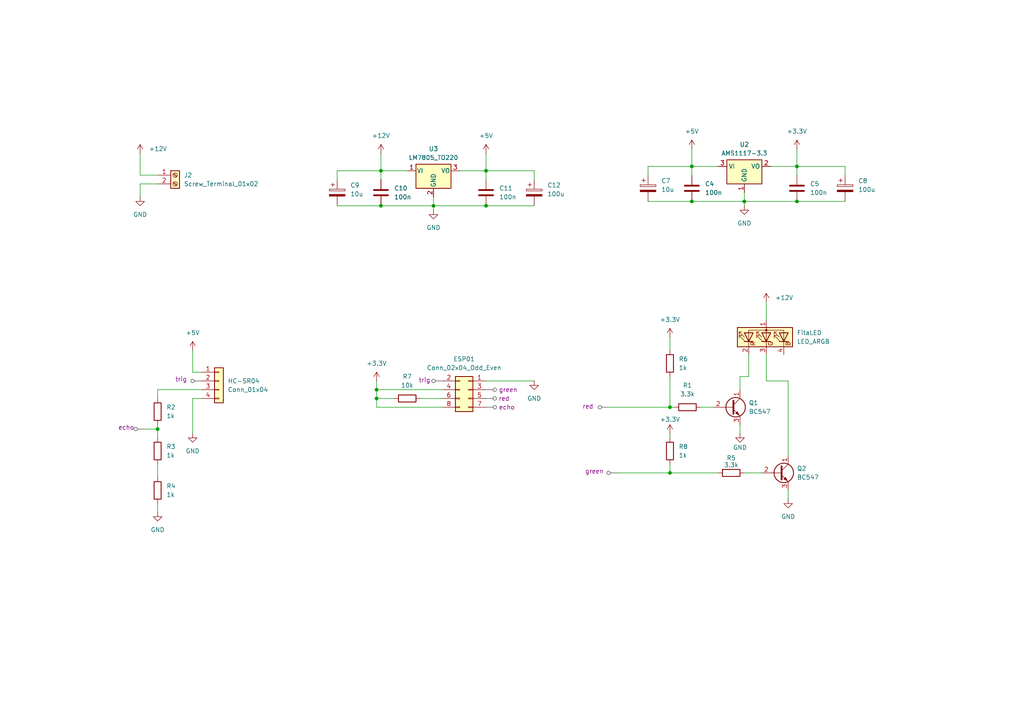
<source format=kicad_sch>
(kicad_sch (version 20250114) (generator "eeschema") (generator_version "9.0")
  (paper "A4")
  (lib_symbols
    (symbol "Connector:Screw_Terminal_01x02" (pin_names (offset 1.016) (hide yes))
      (property "Reference" "J" (at 0 2.54 0))
      (property "Value" "Screw_Terminal_01x02" (at 0 -5.08 0))
      (symbol "Screw_Terminal_01x02_1_1"
        (rectangle (start -1.27 1.27) (end 1.27 -3.81) (stroke (width 0.254)) (fill (type background)))
        (polyline (pts (xy -0.5334 0.3302) (xy 0.3302 -0.508)) (stroke (width 0.1524)))
        (polyline (pts (xy -0.5334 -2.2098) (xy 0.3302 -3.048)) (stroke (width 0.1524)))
        (polyline (pts (xy -0.3556 0.508) (xy 0.508 -0.3302)) (stroke (width 0.1524)))
        (polyline (pts (xy -0.3556 -2.032) (xy 0.508 -2.8702)) (stroke (width 0.1524)))
        (circle (center 0 0) (radius 0.635) (stroke (width 0.1524)))
        (circle (center 0 -2.54) (radius 0.635) (stroke (width 0.1524)))
        (pin passive line (at -5.08 0 0) (length 3.81) (name "Pin_1") (number "1"))
        (pin passive line (at -5.08 -2.54 0) (length 3.81) (name "Pin_2") (number "2"))
      )
    )
    (symbol "Connector_Generic:Conn_01x04" (pin_names (offset 1.016) (hide yes))
      (property "Reference" "J" (at 0 5.08 0))
      (property "Value" "Conn_01x04" (at 0 -7.62 0))
      (symbol "Conn_01x04_1_1"
        (rectangle (start -1.27 3.81) (end 1.27 -6.35) (stroke (width 0.254)) (fill (type background)))
        (rectangle (start -1.27 2.667) (end 0 2.413) (stroke (width 0.1524)))
        (rectangle (start -1.27 0.127) (end 0 -0.127) (stroke (width 0.1524)))
        (rectangle (start -1.27 -2.413) (end 0 -2.667) (stroke (width 0.1524)))
        (rectangle (start -1.27 -4.953) (end 0 -5.207) (stroke (width 0.1524)))
        (pin passive line (at -5.08 2.54 0) (length 3.81) (name "Pin_1") (number "1"))
        (pin passive line (at -5.08 0 0) (length 3.81) (name "Pin_2") (number "2"))
        (pin passive line (at -5.08 -2.54 0) (length 3.81) (name "Pin_3") (number "3"))
        (pin passive line (at -5.08 -5.08 0) (length 3.81) (name "Pin_4") (number "4"))
      )
    )
    (symbol "Connector_Generic:Conn_02x04_Odd_Even" (pin_names (offset 1.016) (hide yes))
      (property "Reference" "J" (at 1.27 5.08 0))
      (property "Value" "Conn_02x04_Odd_Even" (at 1.27 -7.62 0))
      (symbol "Conn_02x04_Odd_Even_1_1"
        (rectangle (start -1.27 3.81) (end 3.81 -6.35) (stroke (width 0.254)) (fill (type background)))
        (rectangle (start -1.27 2.667) (end 0 2.413) (stroke (width 0.1524)))
        (rectangle (start -1.27 0.127) (end 0 -0.127) (stroke (width 0.1524)))
        (rectangle (start -1.27 -2.413) (end 0 -2.667) (stroke (width 0.1524)))
        (rectangle (start -1.27 -4.953) (end 0 -5.207) (stroke (width 0.1524)))
        (rectangle (start 3.81 2.667) (end 2.54 2.413) (stroke (width 0.1524)))
        (rectangle (start 3.81 0.127) (end 2.54 -0.127) (stroke (width 0.1524)))
        (rectangle (start 3.81 -2.413) (end 2.54 -2.667) (stroke (width 0.1524)))
        (rectangle (start 3.81 -4.953) (end 2.54 -5.207) (stroke (width 0.1524)))
        (pin passive line (at -5.08 2.54 0) (length 3.81) (name "Pin_1") (number "1"))
        (pin passive line (at -5.08 0 0) (length 3.81) (name "Pin_3") (number "3"))
        (pin passive line (at -5.08 -2.54 0) (length 3.81) (name "Pin_5") (number "5"))
        (pin passive line (at -5.08 -5.08 0) (length 3.81) (name "Pin_7") (number "7"))
        (pin passive line (at 7.62 2.54 180) (length 3.81) (name "Pin_2") (number "2"))
        (pin passive line (at 7.62 0 180) (length 3.81) (name "Pin_4") (number "4"))
        (pin passive line (at 7.62 -2.54 180) (length 3.81) (name "Pin_6") (number "6"))
        (pin passive line (at 7.62 -5.08 180) (length 3.81) (name "Pin_8") (number "8"))
      )
    )
    (symbol "Device:C" (pin_numbers (hide yes)) (pin_names (offset 0.254))
      (property "Reference" "C" (at 0.635 2.54 0))
      (property "Value" "C" (at 0.635 -2.54 0))
      (symbol "C_0_1"
        (polyline (pts (xy -2.032 0.762) (xy 2.032 0.762)) (stroke (width 0.508)))
        (polyline (pts (xy -2.032 -0.762) (xy 2.032 -0.762)) (stroke (width 0.508)))
      )
      (symbol "C_1_1"
        (pin passive line (at 0 3.81 270) (length 2.794) (name "~") (number "1"))
        (pin passive line (at 0 -3.81 90) (length 2.794) (name "~") (number "2"))
      )
    )
    (symbol "Device:C_Polarized" (pin_numbers (hide yes)) (pin_names (offset 0.254))
      (property "Reference" "C" (at 0.635 2.54 0))
      (property "Value" "C_Polarized" (at 0.635 -2.54 0))
      (symbol "C_Polarized_0_1"
        (rectangle (start -2.286 0.508) (end 2.286 1.016))
        (polyline (pts (xy -1.778 2.286) (xy -0.762 2.286)))
        (polyline (pts (xy -1.27 2.794) (xy -1.27 1.778)))
        (rectangle (start 2.286 -0.508) (end -2.286 -1.016) (fill (type outline)))
      )
      (symbol "C_Polarized_1_1"
        (pin passive line (at 0 3.81 270) (length 2.794) (name "~") (number "1"))
        (pin passive line (at 0 -3.81 90) (length 2.794) (name "~") (number "2"))
      )
    )
    (symbol "Device:LED_ARGB" (pin_names (offset 0) (hide yes))
      (property "Reference" "D" (at 0 9.398 0))
      (property "Value" "LED_ARGB" (at 0 -8.89 0))
      (symbol "LED_ARGB_0_0"
        (text "R" (at -1.905 3.81 0) (effects (font (size 1.27 1.27))))
        (text "G" (at -1.905 -1.27 0) (effects (font (size 1.27 1.27))))
        (text "B" (at -1.905 -6.35 0) (effects (font (size 1.27 1.27))))
      )
      (symbol "LED_ARGB_0_1"
        (polyline (pts (xy -1.27 6.35) (xy -1.27 3.81)) (stroke (width 0.254)))
        (polyline (pts (xy -1.27 6.35) (xy -1.27 3.81) (xy -1.27 3.81)))
        (polyline (pts (xy -1.27 5.08) (xy -2.54 5.08)))
        (polyline (pts (xy -1.27 5.08) (xy 1.27 5.08)))
        (polyline (pts (xy -1.27 1.27) (xy -1.27 -1.27)) (stroke (width 0.254)))
        (polyline (pts (xy -1.27 1.27) (xy -1.27 -1.27) (xy -1.27 -1.27)))
        (polyline (pts (xy -1.27 0) (xy -2.54 0)))
        (polyline (pts (xy -1.27 -3.81) (xy -1.27 -6.35)) (stroke (width 0.254)))
        (polyline (pts (xy -1.27 -5.08) (xy -2.54 -5.08)))
        (polyline (pts (xy -1.27 -5.08) (xy 1.27 -5.08)))
        (polyline (pts (xy -1.016 6.35) (xy 0.508 7.874) (xy -0.254 7.874) (xy 0.508 7.874) (xy 0.508 7.112)))
        (polyline (pts (xy -1.016 1.27) (xy 0.508 2.794) (xy -0.254 2.794) (xy 0.508 2.794) (xy 0.508 2.032)))
        (polyline (pts (xy -1.016 -3.81) (xy 0.508 -2.286) (xy -0.254 -2.286) (xy 0.508 -2.286) (xy 0.508 -3.048)))
        (polyline (pts (xy 0 6.35) (xy 1.524 7.874) (xy 0.762 7.874) (xy 1.524 7.874) (xy 1.524 7.112)))
        (polyline (pts (xy 0 1.27) (xy 1.524 2.794) (xy 0.762 2.794) (xy 1.524 2.794) (xy 1.524 2.032)))
        (polyline (pts (xy 0 -3.81) (xy 1.524 -2.286) (xy 0.762 -2.286) (xy 1.524 -2.286) (xy 1.524 -3.048)))
        (polyline (pts (xy 1.27 6.35) (xy 1.27 3.81) (xy -1.27 5.08) (xy 1.27 6.35)) (stroke (width 0.254)))
        (rectangle (start 1.27 6.35) (end 1.27 6.35))
        (rectangle (start 1.27 3.81) (end 1.27 6.35))
        (polyline (pts (xy 1.27 1.27) (xy 1.27 -1.27) (xy -1.27 0) (xy 1.27 1.27)) (stroke (width 0.254)))
        (rectangle (start 1.27 1.27) (end 1.27 1.27))
        (polyline (pts (xy 1.27 0) (xy -1.27 0)))
        (polyline (pts (xy 1.27 0) (xy 2.54 0)))
        (rectangle (start 1.27 -1.27) (end 1.27 1.27))
        (polyline (pts (xy 1.27 -3.81) (xy 1.27 -6.35) (xy -1.27 -5.08) (xy 1.27 -3.81)) (stroke (width 0.254)))
        (polyline (pts (xy 1.27 -5.08) (xy 2.032 -5.08) (xy 2.032 5.08) (xy 1.27 5.08)))
        (circle (center 2.032 0) (radius 0.254) (fill (type outline)))
        (rectangle (start 2.794 8.382) (end -2.794 -7.62) (stroke (width 0.254)) (fill (type background)))
      )
      (symbol "LED_ARGB_1_1"
        (pin passive line (at -5.08 5.08 0) (length 2.54) (name "RK") (number "2"))
        (pin passive line (at -5.08 0 0) (length 2.54) (name "GK") (number "3"))
        (pin passive line (at -5.08 -5.08 0) (length 2.54) (name "BK") (number "4"))
        (pin passive line (at 5.08 0 180) (length 2.54) (name "A") (number "1"))
      )
    )
    (symbol "Device:R" (pin_numbers (hide yes)) (pin_names (offset 0))
      (property "Reference" "R" (at 2.032 0 90))
      (property "Value" "R" (at 0 0 90))
      (symbol "R_0_1"
        (rectangle (start -1.016 -2.54) (end 1.016 2.54) (stroke (width 0.254)))
      )
      (symbol "R_1_1"
        (pin passive line (at 0 3.81 270) (length 1.27) (name "~") (number "1"))
        (pin passive line (at 0 -3.81 90) (length 1.27) (name "~") (number "2"))
      )
    )
    (symbol "Regulator_Linear:AMS1117-3.3"
      (property "Reference" "U" (at -3.81 3.175 0))
      (property "Value" "AMS1117-3.3" (at 0 3.175 0))
      (symbol "AMS1117-3.3_0_1"
        (rectangle (start -5.08 -5.08) (end 5.08 1.905) (stroke (width 0.254)) (fill (type background)))
      )
      (symbol "AMS1117-3.3_1_1"
        (pin power_in line (at -7.62 0 0) (length 2.54) (name "VI") (number "3"))
        (pin power_in line (at 0 -7.62 90) (length 2.54) (name "GND") (number "1"))
        (pin power_out line (at 7.62 0 180) (length 2.54) (name "VO") (number "2"))
      )
    )
    (symbol "Regulator_Linear:LM7805_TO220" (pin_names (offset 0.254))
      (property "Reference" "U" (at -3.81 3.175 0))
      (property "Value" "LM7805_TO220" (at 0 3.175 0))
      (symbol "LM7805_TO220_0_1"
        (rectangle (start -5.08 1.905) (end 5.08 -5.08) (stroke (width 0.254)) (fill (type background)))
      )
      (symbol "LM7805_TO220_1_1"
        (pin power_in line (at -7.62 0 0) (length 2.54) (name "VI") (number "1"))
        (pin power_in line (at 0 -7.62 90) (length 2.54) (name "GND") (number "2"))
        (pin power_out line (at 7.62 0 180) (length 2.54) (name "VO") (number "3"))
      )
    )
    (symbol "Transistor_BJT:BC547" (pin_names (offset 0) (hide yes))
      (property "Reference" "Q" (at 5.08 1.905 0))
      (property "Value" "BC547" (at 5.08 0 0))
      (symbol "BC547_0_1"
        (polyline (pts (xy -2.54 0) (xy 0.635 0)))
        (polyline (pts (xy 0.635 1.905) (xy 0.635 -1.905)) (stroke (width 0.508)))
        (circle (center 1.27 0) (radius 2.8194) (stroke (width 0.254)))
      )
      (symbol "BC547_1_1"
        (polyline (pts (xy 0.635 0.635) (xy 2.54 2.54)))
        (polyline (pts (xy 0.635 -0.635) (xy 2.54 -2.54)))
        (polyline (pts (xy 1.27 -1.778) (xy 1.778 -1.27) (xy 2.286 -2.286) (xy 1.27 -1.778)) (fill (type outline)))
        (pin input line (at -5.08 0 0) (length 2.54) (name "B") (number "2"))
        (pin passive line (at 2.54 5.08 270) (length 2.54) (name "C") (number "1"))
        (pin passive line (at 2.54 -5.08 90) (length 2.54) (name "E") (number "3"))
      )
    )
    (symbol "power:+5V" (power) (pin_numbers (hide yes)) (pin_names (offset 0) (hide yes))
      (property "Value" "+5V" (at 0 3.556 0))
      (symbol "+5V_0_1"
        (polyline (pts (xy -0.762 1.27) (xy 0 2.54)))
        (polyline (pts (xy 0 2.54) (xy 0.762 1.27)))
        (polyline (pts (xy 0 0) (xy 0 2.54)))
      )
      (symbol "+5V_1_1"
        (pin power_in line (at 0 0 90) (length 0) (name "~") (number "1"))
      )
    )
    (symbol "power:GND" (power) (pin_numbers (hide yes)) (pin_names (offset 0) (hide yes))
      (property "Value" "GND" (at 0 -3.81 0))
      (symbol "GND_0_1"
        (polyline (pts (xy 0 0) (xy 0 -1.27) (xy 1.27 -1.27) (xy 0 -2.54) (xy -1.27 -1.27) (xy 0 -1.27)))
      )
      (symbol "GND_1_1"
        (pin power_in line (at 0 0 270) (length 0) (name "~") (number "1"))
      )
    )
  )
  (junction (at 109.22 113.03))
  (junction (at 200.66 58.42))
  (junction (at 140.97 49.53))
  (junction (at 215.9 58.42))
  (junction (at 125.73 59.69))
  (junction (at 231.14 58.42))
  (junction (at 110.49 49.53))
  (junction (at 231.14 48.26))
  (junction (at 110.49 59.69))
  (junction (at 45.72 124.46))
  (junction (at 109.22 115.57))
  (junction (at 194.31 137.16))
  (junction (at 194.31 118.11))
  (junction (at 200.66 48.26))
  (junction (at 140.97 59.69))
  (wire (pts (xy 109.22 115.57) (xy 114.3 115.57)))
  (wire (pts (xy 200.66 48.26) (xy 208.28 48.26)))
  (wire (pts (xy 215.9 55.88) (xy 215.9 58.42)))
  (wire (pts (xy 45.72 50.8) (xy 40.64 50.8)))
  (wire (pts (xy 231.14 58.42) (xy 245.11 58.42)))
  (wire (pts (xy 228.6 142.24) (xy 228.6 144.78)))
  (wire (pts (xy 55.88 115.57) (xy 58.42 115.57)))
  (wire (pts (xy 231.14 43.18) (xy 231.14 48.26)))
  (wire (pts (xy 195.58 118.11) (xy 194.31 118.11)))
  (wire (pts (xy 45.72 146.05) (xy 45.72 148.59)))
  (wire (pts (xy 140.97 49.53) (xy 140.97 52.07)))
  (wire (pts (xy 194.31 97.79) (xy 194.31 101.6)))
  (wire (pts (xy 140.97 59.69) (xy 154.94 59.69)))
  (wire (pts (xy 194.31 134.62) (xy 194.31 137.16)))
  (wire (pts (xy 214.63 113.03) (xy 214.63 109.22)))
  (wire (pts (xy 228.6 132.08) (xy 228.6 110.49)))
  (wire (pts (xy 45.72 124.46) (xy 45.72 127)))
  (wire (pts (xy 194.31 137.16) (xy 208.28 137.16)))
  (wire (pts (xy 125.73 57.15) (xy 125.73 59.69)))
  (wire (pts (xy 194.31 125.73) (xy 194.31 127)))
  (wire (pts (xy 55.88 101.6) (xy 55.88 107.95)))
  (wire (pts (xy 41.91 124.46) (xy 45.72 124.46)))
  (wire (pts (xy 154.94 52.07) (xy 154.94 49.53)))
  (wire (pts (xy 187.96 50.8) (xy 187.96 48.26)))
  (wire (pts (xy 203.2 118.11) (xy 207.01 118.11)))
  (wire (pts (xy 200.66 58.42) (xy 215.9 58.42)))
  (wire (pts (xy 140.97 110.49) (xy 154.94 110.49)))
  (wire (pts (xy 217.17 109.22) (xy 217.17 102.87)))
  (wire (pts (xy 97.79 59.69) (xy 110.49 59.69)))
  (wire (pts (xy 97.79 52.07) (xy 97.79 49.53)))
  (wire (pts (xy 214.63 109.22) (xy 217.17 109.22)))
  (wire (pts (xy 109.22 110.49) (xy 109.22 113.03)))
  (wire (pts (xy 45.72 123.19) (xy 45.72 124.46)))
  (wire (pts (xy 109.22 118.11) (xy 128.27 118.11)))
  (wire (pts (xy 187.96 48.26) (xy 200.66 48.26)))
  (wire (pts (xy 109.22 113.03) (xy 128.27 113.03)))
  (wire (pts (xy 125.73 59.69) (xy 140.97 59.69)))
  (wire (pts (xy 40.64 50.8) (xy 40.64 44.45)))
  (wire (pts (xy 245.11 48.26) (xy 231.14 48.26)))
  (wire (pts (xy 215.9 137.16) (xy 220.98 137.16)))
  (wire (pts (xy 110.49 49.53) (xy 110.49 52.07)))
  (wire (pts (xy 200.66 48.26) (xy 200.66 50.8)))
  (wire (pts (xy 176.53 118.11) (xy 194.31 118.11)))
  (wire (pts (xy 45.72 113.03) (xy 45.72 115.57)))
  (wire (pts (xy 187.96 58.42) (xy 200.66 58.42)))
  (wire (pts (xy 222.25 110.49) (xy 222.25 102.87)))
  (wire (pts (xy 231.14 48.26) (xy 231.14 50.8)))
  (wire (pts (xy 215.9 58.42) (xy 215.9 59.69)))
  (wire (pts (xy 215.9 58.42) (xy 231.14 58.42)))
  (wire (pts (xy 109.22 113.03) (xy 109.22 115.57)))
  (wire (pts (xy 222.25 87.63) (xy 222.25 92.71)))
  (wire (pts (xy 97.79 49.53) (xy 110.49 49.53)))
  (wire (pts (xy 214.63 123.19) (xy 214.63 125.73)))
  (wire (pts (xy 110.49 59.69) (xy 125.73 59.69)))
  (wire (pts (xy 140.97 44.45) (xy 140.97 49.53)))
  (wire (pts (xy 245.11 50.8) (xy 245.11 48.26)))
  (wire (pts (xy 40.64 53.34) (xy 40.64 57.15)))
  (wire (pts (xy 55.88 115.57) (xy 55.88 125.73)))
  (wire (pts (xy 228.6 110.49) (xy 222.25 110.49)))
  (wire (pts (xy 154.94 49.53) (xy 140.97 49.53)))
  (wire (pts (xy 200.66 43.18) (xy 200.66 48.26)))
  (wire (pts (xy 55.88 107.95) (xy 58.42 107.95)))
  (wire (pts (xy 121.92 115.57) (xy 128.27 115.57)))
  (wire (pts (xy 179.07 137.16) (xy 194.31 137.16)))
  (wire (pts (xy 45.72 134.62) (xy 45.72 138.43)))
  (wire (pts (xy 133.35 49.53) (xy 140.97 49.53)))
  (wire (pts (xy 110.49 49.53) (xy 118.11 49.53)))
  (wire (pts (xy 223.52 48.26) (xy 231.14 48.26)))
  (wire (pts (xy 58.42 113.03) (xy 45.72 113.03)))
  (wire (pts (xy 125.73 59.69) (xy 125.73 60.96)))
  (wire (pts (xy 109.22 115.57) (xy 109.22 118.11)))
  (wire (pts (xy 45.72 53.34) (xy 40.64 53.34)))
  (wire (pts (xy 194.31 109.22) (xy 194.31 118.11)))
  (wire (pts (xy 110.49 44.45) (xy 110.49 49.53)))
  (netclass_flag "" (length 2.54) (shape round) (at 140.97 118.11 270) (property "Netclass" "echo" (at 149.352 118.11 0) (effects (justify right))))
  (netclass_flag "" (length 2.54) (shape round) (at 176.53 118.11 90) (property "Netclass" "red" (at 168.91 117.856 0) (effects (justify left))))
  (netclass_flag "" (length 2.54) (shape round) (at 179.07 137.16 90) (property "Netclass" "green" (at 169.672 136.652 0) (effects (justify left))))
  (netclass_flag "" (length 2.54) (shape round) (at 140.97 113.03 270) (property "Netclass" "green" (at 150.114 113.03 0) (effects (justify right))))
  (netclass_flag "" (length 2.54) (shape round) (at 140.97 115.57 270) (property "Netclass" "red" (at 147.828 115.57 0) (effects (justify right))))
  (netclass_flag "" (length 2.54) (shape round) (at 41.91 124.46 90) (property "Netclass" "echo" (at 34.29 123.952 0) (effects (justify left))))
  (netclass_flag "" (length 2.54) (shape round) (at 58.42 110.49 90) (property "Netclass" "trig" (at 50.8 109.982 0) (effects (justify left))))
  (netclass_flag "" (length 2.54) (shape round) (at 128.27 110.49 90) (property "Netclass" "trig" (at 121.412 110.236 0) (effects (justify left))))
  (symbol (lib_id "Device:R") (at 212.09 137.16 90) (unit 1)
    (property "Reference" "R5" (at 212.09 132.842 90))
    (property "Value" "3.3k" (at 212.09 134.874 90))
    (property "Description" "Resistor" (effects (hide yes)))
  )
  (symbol (lib_id "power:GND") (at 55.88 125.73 0) (unit 1)
    (property "Reference" "#PWR02" (effects (hide yes)))
    (property "Value" "GND" (at 55.88 130.81 0))
    (property "Description" "Power symbol creates a global label with name \"GND\" , ground" (effects (hide yes)))
  )
  (symbol (lib_id "Device:R") (at 194.31 105.41 180) (unit 1)
    (property "Reference" "R6" (at 196.85 104.1399 0) (effects (justify right)))
    (property "Value" "1k" (at 196.85 106.6799 0) (effects (justify right)))
    (property "Description" "Resistor" (effects (hide yes)))
  )
  (symbol (lib_id "Connector:Screw_Terminal_01x02") (at 50.8 50.8 0) (unit 1)
    (property "Reference" "J2" (at 53.34 50.7999 0) (effects (justify left)))
    (property "Value" "Screw_Terminal_01x02" (at 53.34 53.3399 0) (effects (justify left)))
    (property "Footprint" "TerminalBlock:TerminalBlock_Xinya_XY308-2.54-2P_1x02_P2.54mm_Horizontal" (effects (hide yes)))
    (property "Description" "Generic screw terminal, single row, 01x02, script generated (kicad-library-utils/schlib/autogen/connector/)" (effects (hide yes)))
  )
  (symbol (lib_id "Transistor_BJT:BC547") (at 226.06 137.16 0) (unit 1)
    (property "Reference" "Q2" (at 231.14 135.8899 0) (effects (justify left)))
    (property "Value" "BC547" (at 231.14 138.4299 0) (effects (justify left)))
    (property "Footprint" "Package_TO_SOT_THT:TO-92_Inline" (effects (hide yes)))
    (property "Datasheet" "https://www.onsemi.com/pub/Collateral/BC550-D.pdf" (effects (hide yes)))
    (property "Description" "0.1A Ic, 45V Vce, Small Signal NPN Transistor, TO-92" (effects (hide yes)))
  )
  (symbol (lib_id "Device:C_Polarized") (at 97.79 55.88 0) (unit 1)
    (property "Reference" "C9" (at 101.6 53.7209 0) (effects (justify left)))
    (property "Value" "10u" (at 101.6 56.2609 0) (effects (justify left)))
    (property "Footprint" "Capacitor_THT:CP_Radial_D8.0mm_P3.50mm" (effects (hide yes)))
    (property "Description" "Polarized capacitor" (effects (hide yes)))
  )
  (symbol (lib_id "Device:LED_ARGB") (at 222.25 97.79 90) (unit 1)
    (property "Reference" "FitaLED" (at 231.14 96.5199 90) (effects (justify right)))
    (property "Value" "LED_ARGB" (at 231.14 99.0599 90) (effects (justify right)))
    (property "Description" "RGB LED, anode/red/green/blue" (effects (hide yes)))
  )
  (symbol (lib_id "power:+5V") (at 40.64 44.45 0) (unit 1)
    (property "Reference" "#PWR017" (effects (hide yes)))
    (property "Value" "+12V" (at 43.18 43.1799 0) (effects (justify left)))
    (property "Description" "Power symbol creates a global label with name \"+5V\"" (effects (hide yes)))
  )
  (symbol (lib_id "power:+5V") (at 55.88 101.6 0) (unit 1)
    (property "Reference" "#PWR013" (effects (hide yes)))
    (property "Value" "+5V" (at 55.88 96.52 0))
    (property "Description" "Power symbol creates a global label with name \"+5V\"" (effects (hide yes)))
  )
  (symbol (lib_id "Regulator_Linear:AMS1117-3.3") (at 215.9 48.26 0) (unit 1)
    (property "Reference" "U2" (at 215.9 41.91 0))
    (property "Value" "AMS1117-3.3" (at 215.9 44.45 0))
    (property "Footprint" "Package_TO_SOT_SMD:SOT-223-3_TabPin2" (effects (hide yes)))
    (property "Datasheet" "http://www.advanced-monolithic.com/pdf/ds1117.pdf" (effects (hide yes)))
    (property "Description" "1A Low Dropout regulator, positive, 3.3V fixed output, SOT-223" (effects (hide yes)))
  )
  (symbol (lib_id "Transistor_BJT:BC547") (at 212.09 118.11 0) (unit 1)
    (property "Reference" "Q1" (at 217.17 116.8399 0) (effects (justify left)))
    (property "Value" "BC547" (at 217.17 119.3799 0) (effects (justify left)))
    (property "Footprint" "Package_TO_SOT_THT:TO-92_Inline" (effects (hide yes)))
    (property "Datasheet" "https://www.onsemi.com/pub/Collateral/BC550-D.pdf" (effects (hide yes)))
    (property "Description" "0.1A Ic, 45V Vce, Small Signal NPN Transistor, TO-92" (effects (hide yes)))
  )
  (symbol (lib_id "Device:C_Polarized") (at 187.96 54.61 0) (unit 1)
    (property "Reference" "C7" (at 191.77 52.4509 0) (effects (justify left)))
    (property "Value" "10u" (at 191.77 54.9909 0) (effects (justify left)))
    (property "Footprint" "Capacitor_THT:CP_Radial_D8.0mm_P3.50mm" (effects (hide yes)))
    (property "Description" "Polarized capacitor" (effects (hide yes)))
  )
  (symbol (lib_id "power:+5V") (at 140.97 44.45 0) (unit 1)
    (property "Reference" "#PWR021" (effects (hide yes)))
    (property "Value" "+5V" (at 140.97 39.37 0))
    (property "Description" "Power symbol creates a global label with name \"+5V\"" (effects (hide yes)))
  )
  (symbol (lib_id "Device:R") (at 194.31 130.81 180) (unit 1)
    (property "Reference" "R8" (at 196.85 129.5399 0) (effects (justify right)))
    (property "Value" "1k" (at 196.85 132.0799 0) (effects (justify right)))
    (property "Description" "Resistor" (effects (hide yes)))
  )
  (symbol (lib_id "power:+5V") (at 109.22 110.49 0) (unit 1)
    (property "Reference" "#PWR015" (effects (hide yes)))
    (property "Value" "+3.3V" (at 109.22 105.41 0))
    (property "Description" "Power symbol creates a global label with name \"+5V\"" (effects (hide yes)))
  )
  (symbol (lib_id "power:GND") (at 214.63 125.73 0) (unit 1)
    (property "Reference" "#PWR03" (effects (hide yes)))
    (property "Value" "GND" (at 214.63 129.794 0))
    (property "Description" "Power symbol creates a global label with name \"GND\" , ground" (effects (hide yes)))
  )
  (symbol (lib_id "power:GND") (at 40.64 57.15 0) (unit 1)
    (property "Reference" "#PWR018" (effects (hide yes)))
    (property "Value" "GND" (at 40.64 62.23 0))
    (property "Description" "Power symbol creates a global label with name \"GND\" , ground" (effects (hide yes)))
  )
  (symbol (lib_id "Device:R") (at 45.72 130.81 0) (unit 1)
    (property "Reference" "R3" (at 48.26 129.5399 0) (effects (justify left)))
    (property "Value" "1k" (at 48.26 132.0799 0) (effects (justify left)))
    (property "Description" "Resistor" (effects (hide yes)))
  )
  (symbol (lib_id "power:+5V") (at 110.49 44.45 0) (unit 1)
    (property "Reference" "#PWR019" (effects (hide yes)))
    (property "Value" "+12V" (at 110.49 39.37 0))
    (property "Description" "Power symbol creates a global label with name \"+5V\"" (effects (hide yes)))
  )
  (symbol (lib_id "Regulator_Linear:LM7805_TO220") (at 125.73 49.53 0) (unit 1)
    (property "Reference" "U3" (at 125.73 43.18 0))
    (property "Value" "LM7805_TO220" (at 125.73 45.72 0))
    (property "Footprint" "Package_TO_SOT_THT:TO-220-3_Vertical" (effects (hide yes)))
    (property "Datasheet" "https://www.onsemi.cn/PowerSolutions/document/MC7800-D.PDF" (effects (hide yes)))
    (property "Description" "Positive 1A 35V Linear Regulator, Fixed Output 5V, TO-220" (effects (hide yes)))
  )
  (symbol (lib_id "power:+5V") (at 194.31 125.73 0) (unit 1)
    (property "Reference" "#PWR06" (effects (hide yes)))
    (property "Value" "+3.3V" (at 194.31 121.666 0))
    (property "Description" "Power symbol creates a global label with name \"+5V\"" (effects (hide yes)))
  )
  (symbol (lib_id "Connector_Generic:Conn_02x04_Odd_Even") (at 135.89 113.03 0) (mirror y) (unit 1)
    (property "Reference" "ESP01" (at 134.62 104.14 0))
    (property "Value" "Conn_02x04_Odd_Even" (at 134.62 106.68 0))
    (property "Footprint" "Connector_PinSocket_2.54mm:PinSocket_2x04_P2.54mm_Vertical" (effects (hide yes)))
    (property "Description" "Generic connector, double row, 02x04, odd/even pin numbering scheme (row 1 odd numbers, row 2 even numbers), script generated (kicad-library-utils/schlib/autogen/connector/)" (effects (hide yes)))
  )
  (symbol (lib_id "power:+5V") (at 194.31 97.79 0) (unit 1)
    (property "Reference" "#PWR05" (effects (hide yes)))
    (property "Value" "+3.3V" (at 194.31 92.71 0))
    (property "Description" "Power symbol creates a global label with name \"+5V\"" (effects (hide yes)))
  )
  (symbol (lib_id "power:+5V") (at 200.66 43.18 0) (unit 1)
    (property "Reference" "#PWR09" (effects (hide yes)))
    (property "Value" "+5V" (at 200.66 38.1 0))
    (property "Description" "Power symbol creates a global label with name \"+5V\"" (effects (hide yes)))
  )
  (symbol (lib_id "power:GND") (at 125.73 60.96 0) (unit 1)
    (property "Reference" "#PWR020" (effects (hide yes)))
    (property "Value" "GND" (at 125.73 66.04 0))
    (property "Description" "Power symbol creates a global label with name \"GND\" , ground" (effects (hide yes)))
  )
  (symbol (lib_id "power:GND") (at 228.6 144.78 0) (unit 1)
    (property "Reference" "#PWR01" (effects (hide yes)))
    (property "Value" "GND" (at 228.6 149.86 0))
    (property "Description" "Power symbol creates a global label with name \"GND\" , ground" (effects (hide yes)))
  )
  (symbol (lib_id "Device:R") (at 45.72 119.38 0) (unit 1)
    (property "Reference" "R2" (at 48.26 118.1099 0) (effects (justify left)))
    (property "Value" "1k" (at 48.26 120.6499 0) (effects (justify left)))
    (property "Description" "Resistor" (effects (hide yes)))
  )
  (symbol (lib_id "Device:C") (at 231.14 54.61 0) (unit 1)
    (property "Reference" "C5" (at 234.95 53.3399 0) (effects (justify left)))
    (property "Value" "100n" (at 234.95 55.8799 0) (effects (justify left)))
    (property "Footprint" "Capacitor_THT:C_Axial_L3.8mm_D2.6mm_P7.50mm_Horizontal" (effects (hide yes)))
    (property "Description" "Unpolarized capacitor" (effects (hide yes)))
  )
  (symbol (lib_id "Device:R") (at 199.39 118.11 90) (unit 1)
    (property "Reference" "R1" (at 199.39 111.76 90))
    (property "Value" "3.3k" (at 199.39 114.3 90))
    (property "Description" "Resistor" (effects (hide yes)))
  )
  (symbol (lib_id "Connector_Generic:Conn_01x04") (at 63.5 110.49 0) (unit 1)
    (property "Reference" "HC-SR04" (at 66.04 110.4899 0) (effects (justify left)))
    (property "Value" "Conn_01x04" (at 66.04 113.0299 0) (effects (justify left)))
    (property "Footprint" "Connector_PinHeader_2.54mm:PinHeader_1x04_P2.54mm_Vertical" (effects (hide yes)))
    (property "Description" "Generic connector, single row, 01x04, script generated (kicad-library-utils/schlib/autogen/connector/)" (effects (hide yes)))
  )
  (symbol (lib_id "Device:C_Polarized") (at 245.11 54.61 0) (unit 1)
    (property "Reference" "C8" (at 248.92 52.4509 0) (effects (justify left)))
    (property "Value" "100u" (at 248.92 54.9909 0) (effects (justify left)))
    (property "Footprint" "Capacitor_THT:CP_Radial_D8.0mm_P3.50mm" (effects (hide yes)))
    (property "Description" "Polarized capacitor" (effects (hide yes)))
  )
  (symbol (lib_id "Device:C") (at 110.49 55.88 0) (unit 1)
    (property "Reference" "C10" (at 114.3 54.6099 0) (effects (justify left)))
    (property "Value" "100n" (at 114.3 57.1499 0) (effects (justify left)))
    (property "Footprint" "Capacitor_THT:C_Axial_L3.8mm_D2.6mm_P7.50mm_Horizontal" (effects (hide yes)))
    (property "Description" "Unpolarized capacitor" (effects (hide yes)))
  )
  (symbol (lib_id "Device:C") (at 140.97 55.88 0) (unit 1)
    (property "Reference" "C11" (at 144.78 54.6099 0) (effects (justify left)))
    (property "Value" "100n" (at 144.78 57.1499 0) (effects (justify left)))
    (property "Footprint" "Capacitor_THT:C_Axial_L3.8mm_D2.6mm_P7.50mm_Horizontal" (effects (hide yes)))
    (property "Description" "Unpolarized capacitor" (effects (hide yes)))
  )
  (symbol (lib_id "Device:C") (at 200.66 54.61 0) (unit 1)
    (property "Reference" "C4" (at 204.47 53.3399 0) (effects (justify left)))
    (property "Value" "100n" (at 204.47 55.8799 0) (effects (justify left)))
    (property "Footprint" "Capacitor_THT:C_Axial_L3.8mm_D2.6mm_P7.50mm_Horizontal" (effects (hide yes)))
    (property "Description" "Unpolarized capacitor" (effects (hide yes)))
  )
  (symbol (lib_id "power:GND") (at 215.9 59.69 0) (unit 1)
    (property "Reference" "#PWR010" (effects (hide yes)))
    (property "Value" "GND" (at 215.9 64.77 0))
    (property "Description" "Power symbol creates a global label with name \"GND\" , ground" (effects (hide yes)))
  )
  (symbol (lib_id "Device:R") (at 45.72 142.24 0) (unit 1)
    (property "Reference" "R4" (at 48.26 140.9699 0) (effects (justify left)))
    (property "Value" "1k" (at 48.26 143.5099 0) (effects (justify left)))
    (property "Description" "Resistor" (effects (hide yes)))
  )
  (symbol (lib_id "power:+5V") (at 222.25 87.63 0) (unit 1)
    (property "Reference" "#PWR012" (effects (hide yes)))
    (property "Value" "+12V" (at 224.79 86.3599 0) (effects (justify left)))
    (property "Description" "Power symbol creates a global label with name \"+5V\"" (effects (hide yes)))
  )
  (symbol (lib_id "power:GND") (at 154.94 110.49 0) (unit 1)
    (property "Reference" "#PWR016" (effects (hide yes)))
    (property "Value" "GND" (at 154.94 115.57 0))
    (property "Description" "Power symbol creates a global label with name \"GND\" , ground" (effects (hide yes)))
  )
  (symbol (lib_id "Device:R") (at 118.11 115.57 90) (unit 1)
    (property "Reference" "R7" (at 118.11 109.22 90))
    (property "Value" "10k" (at 118.11 111.76 90))
    (property "Footprint" "Resistor_THT:R_Axial_DIN0207_L6.3mm_D2.5mm_P7.62mm_Horizontal" (effects (hide yes)))
    (property "Description" "Resistor" (effects (hide yes)))
  )
  (symbol (lib_id "power:GND") (at 45.72 148.59 0) (unit 1)
    (property "Reference" "#PWR04" (effects (hide yes)))
    (property "Value" "GND" (at 45.72 153.67 0))
    (property "Description" "Power symbol creates a global label with name \"GND\" , ground" (effects (hide yes)))
  )
  (symbol (lib_id "Device:C_Polarized") (at 154.94 55.88 0) (unit 1)
    (property "Reference" "C12" (at 158.75 53.7209 0) (effects (justify left)))
    (property "Value" "100u" (at 158.75 56.2609 0) (effects (justify left)))
    (property "Footprint" "Capacitor_THT:CP_Radial_D8.0mm_P3.50mm" (effects (hide yes)))
    (property "Description" "Polarized capacitor" (effects (hide yes)))
  )
  (symbol (lib_id "power:+5V") (at 231.14 43.18 0) (unit 1)
    (property "Reference" "#PWR011" (effects (hide yes)))
    (property "Value" "+3.3V" (at 231.14 38.1 0))
    (property "Description" "Power symbol creates a global label with name \"+5V\"" (effects (hide yes)))
  )
)
</source>
